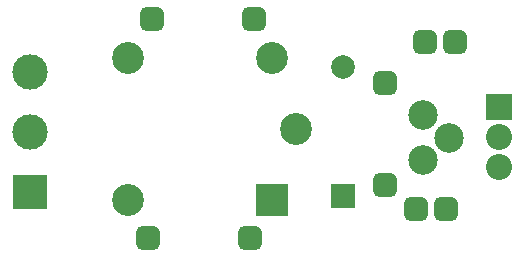
<source format=gbs>
G04*
G04 #@! TF.GenerationSoftware,Altium Limited,Altium Designer,20.1.11 (218)*
G04*
G04 Layer_Color=16711935*
%FSLAX44Y44*%
%MOMM*%
G71*
G04*
G04 #@! TF.SameCoordinates,8D7DA4D9-43DC-4990-A059-E20095D3F8E4*
G04*
G04*
G04 #@! TF.FilePolarity,Negative*
G04*
G01*
G75*
%ADD18C,2.5000*%
%ADD20R,3.0000X3.0000*%
%ADD21C,3.0000*%
G04:AMPARAMS|DCode=22|XSize=2mm|YSize=2mm|CornerRadius=0.5mm|HoleSize=0mm|Usage=FLASHONLY|Rotation=0.000|XOffset=0mm|YOffset=0mm|HoleType=Round|Shape=RoundedRectangle|*
%AMROUNDEDRECTD22*
21,1,2.0000,1.0000,0,0,0.0*
21,1,1.0000,2.0000,0,0,0.0*
1,1,1.0000,0.5000,-0.5000*
1,1,1.0000,-0.5000,-0.5000*
1,1,1.0000,-0.5000,0.5000*
1,1,1.0000,0.5000,0.5000*
%
%ADD22ROUNDEDRECTD22*%
%ADD23C,2.0000*%
%ADD24R,2.0000X2.0000*%
G04:AMPARAMS|DCode=25|XSize=2mm|YSize=2mm|CornerRadius=0.5mm|HoleSize=0mm|Usage=FLASHONLY|Rotation=270.000|XOffset=0mm|YOffset=0mm|HoleType=Round|Shape=RoundedRectangle|*
%AMROUNDEDRECTD25*
21,1,2.0000,1.0000,0,0,270.0*
21,1,1.0000,2.0000,0,0,270.0*
1,1,1.0000,-0.5000,-0.5000*
1,1,1.0000,-0.5000,0.5000*
1,1,1.0000,0.5000,0.5000*
1,1,1.0000,0.5000,-0.5000*
%
%ADD25ROUNDEDRECTD25*%
%ADD26C,2.7032*%
%ADD27R,2.7032X2.7032*%
%ADD28C,2.2032*%
%ADD29R,2.2032X2.2032*%
D18*
X414429Y106730D02*
D03*
X392839Y125780D02*
D03*
Y87680D02*
D03*
D20*
X60000Y60700D02*
D03*
D21*
Y111500D02*
D03*
Y162300D02*
D03*
D22*
X419400Y188000D02*
D03*
X394000D02*
D03*
X411699Y46000D02*
D03*
X386299D02*
D03*
X249181Y207000D02*
D03*
X162821D02*
D03*
X246180Y22000D02*
D03*
X159820D02*
D03*
D23*
X325000Y166380D02*
D03*
D24*
Y57620D02*
D03*
D25*
X359999Y153180D02*
D03*
Y66820D02*
D03*
D26*
X143000Y54000D02*
D03*
Y174000D02*
D03*
X265000D02*
D03*
X285000Y114000D02*
D03*
D27*
X265000Y54000D02*
D03*
D28*
X457000Y81600D02*
D03*
Y107000D02*
D03*
D29*
Y132400D02*
D03*
M02*

</source>
